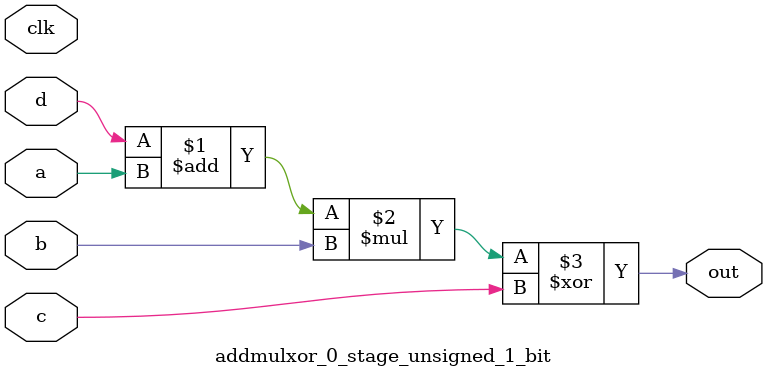
<source format=sv>
(* use_dsp = "yes" *) module addmulxor_0_stage_unsigned_1_bit(
	input  [0:0] a,
	input  [0:0] b,
	input  [0:0] c,
	input  [0:0] d,
	output [0:0] out,
	input clk);

	assign out = ((d + a) * b) ^ c;
endmodule

</source>
